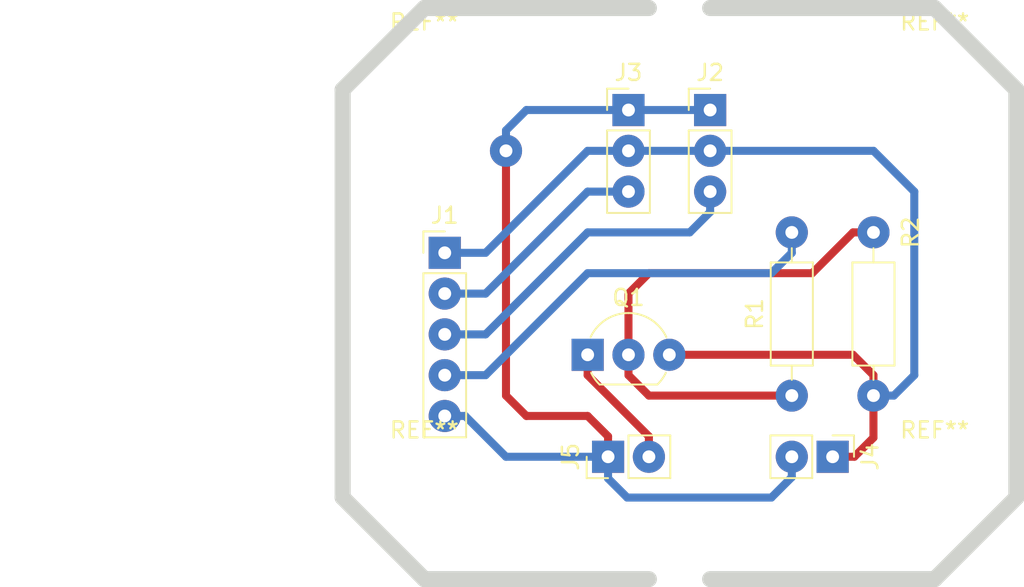
<source format=kicad_pcb>
(kicad_pcb (version 4) (host pcbnew 4.0.7)

  (general
    (links 15)
    (no_connects 0)
    (area -9.857143 5.075 62.730001 47.490001)
    (thickness 1.6)
    (drawings 20)
    (tracks 64)
    (zones 0)
    (modules 12)
    (nets 8)
  )

  (page A4)
  (layers
    (0 F.Cu signal)
    (31 B.Cu signal)
    (32 B.Adhes user hide)
    (33 F.Adhes user hide)
    (34 B.Paste user hide)
    (35 F.Paste user hide)
    (36 B.SilkS user hide)
    (37 F.SilkS user hide)
    (38 B.Mask user hide)
    (39 F.Mask user hide)
    (40 Dwgs.User user)
    (41 Cmts.User user hide)
    (42 Eco1.User user hide)
    (43 Eco2.User user hide)
    (44 Edge.Cuts user)
    (45 Margin user hide)
    (46 B.CrtYd user hide)
    (47 F.CrtYd user hide)
    (48 B.Fab user hide)
    (49 F.Fab user hide)
  )

  (setup
    (last_trace_width 0.25)
    (trace_clearance 0.2)
    (zone_clearance 0.508)
    (zone_45_only no)
    (trace_min 0.2)
    (segment_width 0.01)
    (edge_width 1)
    (via_size 0.6)
    (via_drill 0.4)
    (via_min_size 0.4)
    (via_min_drill 0.3)
    (uvia_size 0.3)
    (uvia_drill 0.1)
    (uvias_allowed no)
    (uvia_min_size 0.2)
    (uvia_min_drill 0.1)
    (pcb_text_width 0.3)
    (pcb_text_size 1.5 1.5)
    (mod_edge_width 0.15)
    (mod_text_size 1 1)
    (mod_text_width 0.15)
    (pad_size 3.2 3.2)
    (pad_drill 3.2)
    (pad_to_mask_clearance 0.2)
    (aux_axis_origin 115.57 111.76)
    (visible_elements FFFFFF7F)
    (pcbplotparams
      (layerselection 0x00000_80000001)
      (usegerberextensions false)
      (excludeedgelayer true)
      (linewidth 0.100000)
      (plotframeref false)
      (viasonmask false)
      (mode 1)
      (useauxorigin false)
      (hpglpennumber 1)
      (hpglpenspeed 20)
      (hpglpendiameter 15)
      (hpglpenoverlay 2)
      (psnegative false)
      (psa4output false)
      (plotreference true)
      (plotvalue true)
      (plotinvisibletext false)
      (padsonsilk false)
      (subtractmaskfromsilk false)
      (outputformat 1)
      (mirror false)
      (drillshape 0)
      (scaleselection 1)
      (outputdirectory gerber/))
  )

  (net 0 "")
  (net 1 GND)
  (net 2 "Net-(J1-Pad2)")
  (net 3 "Net-(J1-Pad3)")
  (net 4 "Net-(J1-Pad4)")
  (net 5 VDD)
  (net 6 "Net-(J5-Pad2)")
  (net 7 "Net-(Q1-Pad2)")

  (net_class Default "This is the default net class."
    (clearance 0.2)
    (trace_width 0.25)
    (via_dia 0.6)
    (via_drill 0.4)
    (uvia_dia 0.3)
    (uvia_drill 0.1)
  )

  (net_class milled ""
    (clearance 0.5)
    (trace_width 0.5)
    (via_dia 0.6)
    (via_drill 0.4)
    (uvia_dia 0.3)
    (uvia_drill 0.1)
    (add_net GND)
    (add_net "Net-(J1-Pad2)")
    (add_net "Net-(J1-Pad3)")
    (add_net "Net-(J1-Pad4)")
    (add_net "Net-(J5-Pad2)")
    (add_net "Net-(Q1-Pad2)")
    (add_net VDD)
  )

  (module Mounting_Holes:MountingHole_3.2mm_M3 (layer F.Cu) (tedit 5B0D7B88) (tstamp 5B06A56A)
    (at 57.15 16.51)
    (descr "Mounting Hole 3.2mm, no annular, M3")
    (tags "mounting hole 3.2mm no annular m3")
    (attr virtual)
    (fp_text reference REF** (at 0 -4.2) (layer F.SilkS)
      (effects (font (size 1 1) (thickness 0.15)))
    )
    (fp_text value MountingHole_3.2mm_M3 (at -57.15 -10.16) (layer F.Fab)
      (effects (font (size 1 1) (thickness 0.15)))
    )
    (fp_text user %R (at -55.88 5.08) (layer F.Fab)
      (effects (font (size 1 1) (thickness 0.15)))
    )
    (fp_circle (center 0 0) (end 3.2 0) (layer Cmts.User) (width 0.15))
    (fp_circle (center 0 0) (end 3.45 0) (layer F.CrtYd) (width 0.05))
    (pad "" np_thru_hole circle (at 0 0) (size 3.2 3.2) (drill 3.2) (layers *.Cu *.Mask))
  )

  (module Resistors_THT:R_Axial_DIN0207_L6.3mm_D2.5mm_P10.16mm_Horizontal (layer F.Cu) (tedit 5B06A5FE) (tstamp 5AFD4431)
    (at 53.34 25.4 270)
    (descr "Resistor, Axial_DIN0207 series, Axial, Horizontal, pin pitch=10.16mm, 0.25W = 1/4W, length*diameter=6.3*2.5mm^2, http://cdn-reichelt.de/documents/datenblatt/B400/1_4W%23YAG.pdf")
    (tags "Resistor Axial_DIN0207 series Axial Horizontal pin pitch 10.16mm 0.25W = 1/4W length 6.3mm diameter 2.5mm")
    (path /5AFC3C4C)
    (fp_text reference R2 (at 0 -2.31 270) (layer F.SilkS)
      (effects (font (size 1 1) (thickness 0.15)))
    )
    (fp_text value 1k (at 5.08 0 270) (layer Dwgs.User)
      (effects (font (size 2 2) (thickness 0.5)))
    )
    (fp_line (start 1.93 -1.25) (end 1.93 1.25) (layer F.Fab) (width 0.1))
    (fp_line (start 1.93 1.25) (end 8.23 1.25) (layer F.Fab) (width 0.1))
    (fp_line (start 8.23 1.25) (end 8.23 -1.25) (layer F.Fab) (width 0.1))
    (fp_line (start 8.23 -1.25) (end 1.93 -1.25) (layer F.Fab) (width 0.1))
    (fp_line (start 0 0) (end 1.93 0) (layer F.Fab) (width 0.1))
    (fp_line (start 10.16 0) (end 8.23 0) (layer F.Fab) (width 0.1))
    (fp_line (start 1.87 -1.31) (end 1.87 1.31) (layer F.SilkS) (width 0.12))
    (fp_line (start 1.87 1.31) (end 8.29 1.31) (layer F.SilkS) (width 0.12))
    (fp_line (start 8.29 1.31) (end 8.29 -1.31) (layer F.SilkS) (width 0.12))
    (fp_line (start 8.29 -1.31) (end 1.87 -1.31) (layer F.SilkS) (width 0.12))
    (fp_line (start 0.98 0) (end 1.87 0) (layer F.SilkS) (width 0.12))
    (fp_line (start 9.18 0) (end 8.29 0) (layer F.SilkS) (width 0.12))
    (fp_line (start -1.05 -1.6) (end -1.05 1.6) (layer F.CrtYd) (width 0.05))
    (fp_line (start -1.05 1.6) (end 11.25 1.6) (layer F.CrtYd) (width 0.05))
    (fp_line (start 11.25 1.6) (end 11.25 -1.6) (layer F.CrtYd) (width 0.05))
    (fp_line (start 11.25 -1.6) (end -1.05 -1.6) (layer F.CrtYd) (width 0.05))
    (pad 1 thru_hole circle (at 0 0 270) (size 2 2) (drill 0.8) (layers *.Cu *.Mask)
      (net 7 "Net-(Q1-Pad2)"))
    (pad 2 thru_hole oval (at 10.16 0 270) (size 2 2) (drill 0.8) (layers *.Cu *.Mask)
      (net 1 GND))
    (model ${KISYS3DMOD}/Resistors_THT.3dshapes/R_Axial_DIN0207_L6.3mm_D2.5mm_P10.16mm_Horizontal.wrl
      (at (xyz 0 0 0))
      (scale (xyz 0.393701 0.393701 0.393701))
      (rotate (xyz 0 0 0))
    )
  )

  (module Resistors_THT:R_Axial_DIN0207_L6.3mm_D2.5mm_P10.16mm_Horizontal (layer F.Cu) (tedit 5B06A61B) (tstamp 5AFD442B)
    (at 48.26 35.56 90)
    (descr "Resistor, Axial_DIN0207 series, Axial, Horizontal, pin pitch=10.16mm, 0.25W = 1/4W, length*diameter=6.3*2.5mm^2, http://cdn-reichelt.de/documents/datenblatt/B400/1_4W%23YAG.pdf")
    (tags "Resistor Axial_DIN0207 series Axial Horizontal pin pitch 10.16mm 0.25W = 1/4W length 6.3mm diameter 2.5mm")
    (path /5AFC3B99)
    (fp_text reference R1 (at 5.08 -2.31 90) (layer F.SilkS)
      (effects (font (size 1 1) (thickness 0.15)))
    )
    (fp_text value 470 (at 5.08 0 90) (layer Dwgs.User)
      (effects (font (size 1.5 1.5) (thickness 0.375)))
    )
    (fp_line (start 1.93 -1.25) (end 1.93 1.25) (layer F.Fab) (width 0.1))
    (fp_line (start 1.93 1.25) (end 8.23 1.25) (layer F.Fab) (width 0.1))
    (fp_line (start 8.23 1.25) (end 8.23 -1.25) (layer F.Fab) (width 0.1))
    (fp_line (start 8.23 -1.25) (end 1.93 -1.25) (layer F.Fab) (width 0.1))
    (fp_line (start 0 0) (end 1.93 0) (layer F.Fab) (width 0.1))
    (fp_line (start 10.16 0) (end 8.23 0) (layer F.Fab) (width 0.1))
    (fp_line (start 1.87 -1.31) (end 1.87 1.31) (layer F.SilkS) (width 0.12))
    (fp_line (start 1.87 1.31) (end 8.29 1.31) (layer F.SilkS) (width 0.12))
    (fp_line (start 8.29 1.31) (end 8.29 -1.31) (layer F.SilkS) (width 0.12))
    (fp_line (start 8.29 -1.31) (end 1.87 -1.31) (layer F.SilkS) (width 0.12))
    (fp_line (start 0.98 0) (end 1.87 0) (layer F.SilkS) (width 0.12))
    (fp_line (start 9.18 0) (end 8.29 0) (layer F.SilkS) (width 0.12))
    (fp_line (start -1.05 -1.6) (end -1.05 1.6) (layer F.CrtYd) (width 0.05))
    (fp_line (start -1.05 1.6) (end 11.25 1.6) (layer F.CrtYd) (width 0.05))
    (fp_line (start 11.25 1.6) (end 11.25 -1.6) (layer F.CrtYd) (width 0.05))
    (fp_line (start 11.25 -1.6) (end -1.05 -1.6) (layer F.CrtYd) (width 0.05))
    (pad 1 thru_hole circle (at 0 0 90) (size 2 2) (drill 0.8) (layers *.Cu *.Mask)
      (net 7 "Net-(Q1-Pad2)"))
    (pad 2 thru_hole oval (at 10.16 0 90) (size 2 2) (drill 0.8) (layers *.Cu *.Mask)
      (net 4 "Net-(J1-Pad4)"))
    (model ${KISYS3DMOD}/Resistors_THT.3dshapes/R_Axial_DIN0207_L6.3mm_D2.5mm_P10.16mm_Horizontal.wrl
      (at (xyz 0 0 0))
      (scale (xyz 0.393701 0.393701 0.393701))
      (rotate (xyz 0 0 0))
    )
  )

  (module Pin_Headers:Pin_Header_Straight_1x05_Pitch2.54mm (layer F.Cu) (tedit 5B0524A6) (tstamp 5AFD4404)
    (at 26.67 26.67)
    (descr "Through hole straight pin header, 1x05, 2.54mm pitch, single row")
    (tags "Through hole pin header THT 1x05 2.54mm single row")
    (path /5AFD4829)
    (fp_text reference J1 (at 0 -2.33) (layer F.SilkS)
      (effects (font (size 1 1) (thickness 0.15)))
    )
    (fp_text value arduino (at -2.54 3.81 90) (layer F.Fab)
      (effects (font (size 1 1) (thickness 0.15)))
    )
    (fp_line (start -0.635 -1.27) (end 1.27 -1.27) (layer F.Fab) (width 0.1))
    (fp_line (start 1.27 -1.27) (end 1.27 11.43) (layer F.Fab) (width 0.1))
    (fp_line (start 1.27 11.43) (end -1.27 11.43) (layer F.Fab) (width 0.1))
    (fp_line (start -1.27 11.43) (end -1.27 -0.635) (layer F.Fab) (width 0.1))
    (fp_line (start -1.27 -0.635) (end -0.635 -1.27) (layer F.Fab) (width 0.1))
    (fp_line (start -1.33 11.49) (end 1.33 11.49) (layer F.SilkS) (width 0.12))
    (fp_line (start -1.33 1.27) (end -1.33 11.49) (layer F.SilkS) (width 0.12))
    (fp_line (start 1.33 1.27) (end 1.33 11.49) (layer F.SilkS) (width 0.12))
    (fp_line (start -1.33 1.27) (end 1.33 1.27) (layer F.SilkS) (width 0.12))
    (fp_line (start -1.33 0) (end -1.33 -1.33) (layer F.SilkS) (width 0.12))
    (fp_line (start -1.33 -1.33) (end 0 -1.33) (layer F.SilkS) (width 0.12))
    (fp_line (start -1.8 -1.8) (end -1.8 11.95) (layer F.CrtYd) (width 0.05))
    (fp_line (start -1.8 11.95) (end 1.8 11.95) (layer F.CrtYd) (width 0.05))
    (fp_line (start 1.8 11.95) (end 1.8 -1.8) (layer F.CrtYd) (width 0.05))
    (fp_line (start 1.8 -1.8) (end -1.8 -1.8) (layer F.CrtYd) (width 0.05))
    (fp_text user %R (at 0 5.08 90) (layer F.Fab)
      (effects (font (size 1 1) (thickness 0.15)))
    )
    (pad 1 thru_hole rect (at 0 0) (size 2 2) (drill 0.8) (layers *.Cu *.Mask)
      (net 1 GND))
    (pad 2 thru_hole oval (at 0 2.54) (size 2 2) (drill 0.8) (layers *.Cu *.Mask)
      (net 2 "Net-(J1-Pad2)"))
    (pad 3 thru_hole oval (at 0 5.08) (size 2 2) (drill 0.8) (layers *.Cu *.Mask)
      (net 3 "Net-(J1-Pad3)"))
    (pad 4 thru_hole oval (at 0 7.62) (size 2 2) (drill 0.8) (layers *.Cu *.Mask)
      (net 4 "Net-(J1-Pad4)"))
    (pad 5 thru_hole oval (at 0 10.16) (size 2 2) (drill 0.8) (layers *.Cu *.Mask)
      (net 5 VDD))
    (model ${KISYS3DMOD}/Pin_Headers.3dshapes/Pin_Header_Straight_1x05_Pitch2.54mm.wrl
      (at (xyz 0 0 0))
      (scale (xyz 1 1 1))
      (rotate (xyz 0 0 0))
    )
  )

  (module Pin_Headers:Pin_Header_Straight_1x03_Pitch2.54mm (layer F.Cu) (tedit 59650532) (tstamp 5AFD440B)
    (at 43.18 17.78)
    (descr "Through hole straight pin header, 1x03, 2.54mm pitch, single row")
    (tags "Through hole pin header THT 1x03 2.54mm single row")
    (path /5AFD46DD)
    (fp_text reference J2 (at 0 -2.33) (layer F.SilkS)
      (effects (font (size 1 1) (thickness 0.15)))
    )
    (fp_text value opt2 (at 0 7.41) (layer F.Fab)
      (effects (font (size 1 1) (thickness 0.15)))
    )
    (fp_line (start -0.635 -1.27) (end 1.27 -1.27) (layer F.Fab) (width 0.1))
    (fp_line (start 1.27 -1.27) (end 1.27 6.35) (layer F.Fab) (width 0.1))
    (fp_line (start 1.27 6.35) (end -1.27 6.35) (layer F.Fab) (width 0.1))
    (fp_line (start -1.27 6.35) (end -1.27 -0.635) (layer F.Fab) (width 0.1))
    (fp_line (start -1.27 -0.635) (end -0.635 -1.27) (layer F.Fab) (width 0.1))
    (fp_line (start -1.33 6.41) (end 1.33 6.41) (layer F.SilkS) (width 0.12))
    (fp_line (start -1.33 1.27) (end -1.33 6.41) (layer F.SilkS) (width 0.12))
    (fp_line (start 1.33 1.27) (end 1.33 6.41) (layer F.SilkS) (width 0.12))
    (fp_line (start -1.33 1.27) (end 1.33 1.27) (layer F.SilkS) (width 0.12))
    (fp_line (start -1.33 0) (end -1.33 -1.33) (layer F.SilkS) (width 0.12))
    (fp_line (start -1.33 -1.33) (end 0 -1.33) (layer F.SilkS) (width 0.12))
    (fp_line (start -1.8 -1.8) (end -1.8 6.85) (layer F.CrtYd) (width 0.05))
    (fp_line (start -1.8 6.85) (end 1.8 6.85) (layer F.CrtYd) (width 0.05))
    (fp_line (start 1.8 6.85) (end 1.8 -1.8) (layer F.CrtYd) (width 0.05))
    (fp_line (start 1.8 -1.8) (end -1.8 -1.8) (layer F.CrtYd) (width 0.05))
    (fp_text user %R (at 0 2.54 90) (layer F.Fab)
      (effects (font (size 1 1) (thickness 0.15)))
    )
    (pad 1 thru_hole rect (at 0 0) (size 2 2) (drill 0.8) (layers *.Cu *.Mask)
      (net 5 VDD))
    (pad 2 thru_hole oval (at 0 2.54) (size 2 2) (drill 0.8) (layers *.Cu *.Mask)
      (net 1 GND))
    (pad 3 thru_hole oval (at 0 5.08) (size 2 2) (drill 0.8) (layers *.Cu *.Mask)
      (net 3 "Net-(J1-Pad3)"))
    (model ${KISYS3DMOD}/Pin_Headers.3dshapes/Pin_Header_Straight_1x03_Pitch2.54mm.wrl
      (at (xyz 0 0 0))
      (scale (xyz 1 1 1))
      (rotate (xyz 0 0 0))
    )
  )

  (module Pin_Headers:Pin_Header_Straight_1x03_Pitch2.54mm (layer F.Cu) (tedit 59650532) (tstamp 5AFD4412)
    (at 38.1 17.78)
    (descr "Through hole straight pin header, 1x03, 2.54mm pitch, single row")
    (tags "Through hole pin header THT 1x03 2.54mm single row")
    (path /5AFD45B6)
    (fp_text reference J3 (at 0 -2.33) (layer F.SilkS)
      (effects (font (size 1 1) (thickness 0.15)))
    )
    (fp_text value opt1 (at 0 7.41) (layer F.Fab)
      (effects (font (size 1 1) (thickness 0.15)))
    )
    (fp_line (start -0.635 -1.27) (end 1.27 -1.27) (layer F.Fab) (width 0.1))
    (fp_line (start 1.27 -1.27) (end 1.27 6.35) (layer F.Fab) (width 0.1))
    (fp_line (start 1.27 6.35) (end -1.27 6.35) (layer F.Fab) (width 0.1))
    (fp_line (start -1.27 6.35) (end -1.27 -0.635) (layer F.Fab) (width 0.1))
    (fp_line (start -1.27 -0.635) (end -0.635 -1.27) (layer F.Fab) (width 0.1))
    (fp_line (start -1.33 6.41) (end 1.33 6.41) (layer F.SilkS) (width 0.12))
    (fp_line (start -1.33 1.27) (end -1.33 6.41) (layer F.SilkS) (width 0.12))
    (fp_line (start 1.33 1.27) (end 1.33 6.41) (layer F.SilkS) (width 0.12))
    (fp_line (start -1.33 1.27) (end 1.33 1.27) (layer F.SilkS) (width 0.12))
    (fp_line (start -1.33 0) (end -1.33 -1.33) (layer F.SilkS) (width 0.12))
    (fp_line (start -1.33 -1.33) (end 0 -1.33) (layer F.SilkS) (width 0.12))
    (fp_line (start -1.8 -1.8) (end -1.8 6.85) (layer F.CrtYd) (width 0.05))
    (fp_line (start -1.8 6.85) (end 1.8 6.85) (layer F.CrtYd) (width 0.05))
    (fp_line (start 1.8 6.85) (end 1.8 -1.8) (layer F.CrtYd) (width 0.05))
    (fp_line (start 1.8 -1.8) (end -1.8 -1.8) (layer F.CrtYd) (width 0.05))
    (fp_text user %R (at 0 2.54 90) (layer F.Fab)
      (effects (font (size 1 1) (thickness 0.15)))
    )
    (pad 1 thru_hole rect (at 0 0) (size 2 2) (drill 0.8) (layers *.Cu *.Mask)
      (net 5 VDD))
    (pad 2 thru_hole oval (at 0 2.54) (size 2 2) (drill 0.8) (layers *.Cu *.Mask)
      (net 1 GND))
    (pad 3 thru_hole oval (at 0 5.08) (size 2 2) (drill 0.8) (layers *.Cu *.Mask)
      (net 2 "Net-(J1-Pad2)"))
    (model ${KISYS3DMOD}/Pin_Headers.3dshapes/Pin_Header_Straight_1x03_Pitch2.54mm.wrl
      (at (xyz 0 0 0))
      (scale (xyz 1 1 1))
      (rotate (xyz 0 0 0))
    )
  )

  (module Pin_Headers:Pin_Header_Straight_1x02_Pitch2.54mm (layer F.Cu) (tedit 5B06A5DC) (tstamp 5AFD4418)
    (at 50.8 39.37 270)
    (descr "Through hole straight pin header, 1x02, 2.54mm pitch, single row")
    (tags "Through hole pin header THT 1x02 2.54mm single row")
    (path /5AFC41A6)
    (fp_text reference J4 (at 0 -2.33 270) (layer F.SilkS)
      (effects (font (size 1 1) (thickness 0.15)))
    )
    (fp_text value Bat (at 0 6.35 360) (layer Dwgs.User)
      (effects (font (size 2 2) (thickness 0.5)))
    )
    (fp_line (start -0.635 -1.27) (end 1.27 -1.27) (layer F.Fab) (width 0.1))
    (fp_line (start 1.27 -1.27) (end 1.27 3.81) (layer F.Fab) (width 0.1))
    (fp_line (start 1.27 3.81) (end -1.27 3.81) (layer F.Fab) (width 0.1))
    (fp_line (start -1.27 3.81) (end -1.27 -0.635) (layer F.Fab) (width 0.1))
    (fp_line (start -1.27 -0.635) (end -0.635 -1.27) (layer F.Fab) (width 0.1))
    (fp_line (start -1.33 3.87) (end 1.33 3.87) (layer F.SilkS) (width 0.12))
    (fp_line (start -1.33 1.27) (end -1.33 3.87) (layer F.SilkS) (width 0.12))
    (fp_line (start 1.33 1.27) (end 1.33 3.87) (layer F.SilkS) (width 0.12))
    (fp_line (start -1.33 1.27) (end 1.33 1.27) (layer F.SilkS) (width 0.12))
    (fp_line (start -1.33 0) (end -1.33 -1.33) (layer F.SilkS) (width 0.12))
    (fp_line (start -1.33 -1.33) (end 0 -1.33) (layer F.SilkS) (width 0.12))
    (fp_line (start -1.8 -1.8) (end -1.8 4.35) (layer F.CrtYd) (width 0.05))
    (fp_line (start -1.8 4.35) (end 1.8 4.35) (layer F.CrtYd) (width 0.05))
    (fp_line (start 1.8 4.35) (end 1.8 -1.8) (layer F.CrtYd) (width 0.05))
    (fp_line (start 1.8 -1.8) (end -1.8 -1.8) (layer F.CrtYd) (width 0.05))
    (fp_text user %R (at 0 1.27 360) (layer F.Fab)
      (effects (font (size 1 1) (thickness 0.15)))
    )
    (pad 1 thru_hole rect (at 0 0 270) (size 2 2) (drill 0.8) (layers *.Cu *.Mask)
      (net 1 GND))
    (pad 2 thru_hole oval (at 0 2.54 270) (size 2 2) (drill 0.8) (layers *.Cu *.Mask)
      (net 5 VDD))
    (model ${KISYS3DMOD}/Pin_Headers.3dshapes/Pin_Header_Straight_1x02_Pitch2.54mm.wrl
      (at (xyz 0 0 0))
      (scale (xyz 1 1 1))
      (rotate (xyz 0 0 0))
    )
  )

  (module Pin_Headers:Pin_Header_Straight_1x02_Pitch2.54mm (layer F.Cu) (tedit 5B06A5CF) (tstamp 5AFD441E)
    (at 36.83 39.37 90)
    (descr "Through hole straight pin header, 1x02, 2.54mm pitch, single row")
    (tags "Through hole pin header THT 1x02 2.54mm single row")
    (path /5AFC4041)
    (fp_text reference J5 (at 0 -2.33 90) (layer F.SilkS)
      (effects (font (size 1 1) (thickness 0.15)))
    )
    (fp_text value Led (at 0 -3.81 180) (layer Dwgs.User)
      (effects (font (size 2 2) (thickness 0.5)))
    )
    (fp_line (start -0.635 -1.27) (end 1.27 -1.27) (layer F.Fab) (width 0.1))
    (fp_line (start 1.27 -1.27) (end 1.27 3.81) (layer F.Fab) (width 0.1))
    (fp_line (start 1.27 3.81) (end -1.27 3.81) (layer F.Fab) (width 0.1))
    (fp_line (start -1.27 3.81) (end -1.27 -0.635) (layer F.Fab) (width 0.1))
    (fp_line (start -1.27 -0.635) (end -0.635 -1.27) (layer F.Fab) (width 0.1))
    (fp_line (start -1.33 3.87) (end 1.33 3.87) (layer F.SilkS) (width 0.12))
    (fp_line (start -1.33 1.27) (end -1.33 3.87) (layer F.SilkS) (width 0.12))
    (fp_line (start 1.33 1.27) (end 1.33 3.87) (layer F.SilkS) (width 0.12))
    (fp_line (start -1.33 1.27) (end 1.33 1.27) (layer F.SilkS) (width 0.12))
    (fp_line (start -1.33 0) (end -1.33 -1.33) (layer F.SilkS) (width 0.12))
    (fp_line (start -1.33 -1.33) (end 0 -1.33) (layer F.SilkS) (width 0.12))
    (fp_line (start -1.8 -1.8) (end -1.8 4.35) (layer F.CrtYd) (width 0.05))
    (fp_line (start -1.8 4.35) (end 1.8 4.35) (layer F.CrtYd) (width 0.05))
    (fp_line (start 1.8 4.35) (end 1.8 -1.8) (layer F.CrtYd) (width 0.05))
    (fp_line (start 1.8 -1.8) (end -1.8 -1.8) (layer F.CrtYd) (width 0.05))
    (fp_text user %R (at 0 1.27 180) (layer F.Fab)
      (effects (font (size 1 1) (thickness 0.15)))
    )
    (pad 1 thru_hole rect (at 0 0 90) (size 2 2) (drill 0.8) (layers *.Cu *.Mask)
      (net 5 VDD))
    (pad 2 thru_hole oval (at 0 2.54 90) (size 2 2) (drill 0.8) (layers *.Cu *.Mask)
      (net 6 "Net-(J5-Pad2)"))
    (model ${KISYS3DMOD}/Pin_Headers.3dshapes/Pin_Header_Straight_1x02_Pitch2.54mm.wrl
      (at (xyz 0 0 0))
      (scale (xyz 1 1 1))
      (rotate (xyz 0 0 0))
    )
  )

  (module TO_SOT_Packages_THT:TO-92_Inline_Wide (layer F.Cu) (tedit 5B06A4C4) (tstamp 5AFD4425)
    (at 35.56 33.02)
    (descr "TO-92 leads in-line, wide, drill 0.8mm (see NXP sot054_po.pdf)")
    (tags "to-92 sc-43 sc-43a sot54 PA33 transistor")
    (path /5AFC3CE9)
    (fp_text reference Q1 (at 2.54 -3.56 180) (layer F.SilkS)
      (effects (font (size 1 1) (thickness 0.15)))
    )
    (fp_text value BC337 (at 2.54 2.79) (layer F.Fab)
      (effects (font (size 1 1) (thickness 0.15)))
    )
    (fp_text user %R (at 2.54 -3.56 180) (layer F.Fab)
      (effects (font (size 1 1) (thickness 0.15)))
    )
    (fp_line (start 0.74 1.85) (end 4.34 1.85) (layer F.SilkS) (width 0.12))
    (fp_line (start 0.8 1.75) (end 4.3 1.75) (layer F.Fab) (width 0.1))
    (fp_line (start -1.01 -2.73) (end 6.09 -2.73) (layer F.CrtYd) (width 0.05))
    (fp_line (start -1.01 -2.73) (end -1.01 2.01) (layer F.CrtYd) (width 0.05))
    (fp_line (start 6.09 2.01) (end 6.09 -2.73) (layer F.CrtYd) (width 0.05))
    (fp_line (start 6.09 2.01) (end -1.01 2.01) (layer F.CrtYd) (width 0.05))
    (fp_arc (start 2.54 0) (end 0.74 1.85) (angle 20) (layer F.SilkS) (width 0.12))
    (fp_arc (start 2.54 0) (end 2.54 -2.6) (angle -65) (layer F.SilkS) (width 0.12))
    (fp_arc (start 2.54 0) (end 2.54 -2.6) (angle 65) (layer F.SilkS) (width 0.12))
    (fp_arc (start 2.54 0) (end 2.54 -2.48) (angle 135) (layer F.Fab) (width 0.1))
    (fp_arc (start 2.54 0) (end 2.54 -2.48) (angle -135) (layer F.Fab) (width 0.1))
    (fp_arc (start 2.54 0) (end 4.34 1.85) (angle -20) (layer F.SilkS) (width 0.12))
    (pad 2 thru_hole circle (at 2.54 0 90) (size 2 2) (drill 0.8) (layers *.Cu *.Mask)
      (net 7 "Net-(Q1-Pad2)"))
    (pad 3 thru_hole circle (at 5.08 0 90) (size 2 2) (drill 0.8) (layers *.Cu *.Mask)
      (net 1 GND))
    (pad 1 thru_hole rect (at 0 0 90) (size 2 2) (drill 0.8) (layers *.Cu *.Mask)
      (net 6 "Net-(J5-Pad2)"))
    (model ${KISYS3DMOD}/TO_SOT_Packages_THT.3dshapes/TO-92_Inline_Wide.wrl
      (at (xyz 0.1 0 0))
      (scale (xyz 1 1 1))
      (rotate (xyz 0 0 -90))
    )
  )

  (module Mounting_Holes:MountingHole_3.2mm_M3 (layer F.Cu) (tedit 5B0D7B8D) (tstamp 5B06A581)
    (at 57.15 41.91)
    (descr "Mounting Hole 3.2mm, no annular, M3")
    (tags "mounting hole 3.2mm no annular m3")
    (attr virtual)
    (fp_text reference REF** (at 0 -4.2) (layer F.SilkS)
      (effects (font (size 1 1) (thickness 0.15)))
    )
    (fp_text value MountingHole_3.2mm_M3 (at -57.15 -33.02) (layer F.Fab)
      (effects (font (size 1 1) (thickness 0.15)))
    )
    (fp_text user %R (at -55.88 -17.78) (layer F.Fab)
      (effects (font (size 1 1) (thickness 0.15)))
    )
    (fp_circle (center 0 0) (end 3.2 0) (layer Cmts.User) (width 0.15))
    (fp_circle (center 0 0) (end 3.45 0) (layer F.CrtYd) (width 0.05))
    (pad "" np_thru_hole circle (at 0 0) (size 3.2 3.2) (drill 3.2) (layers *.Cu *.Mask))
  )

  (module Mounting_Holes:MountingHole_3.2mm_M3 (layer F.Cu) (tedit 5B0D7B94) (tstamp 5B06A582)
    (at 25.4 41.91)
    (descr "Mounting Hole 3.2mm, no annular, M3")
    (tags "mounting hole 3.2mm no annular m3")
    (attr virtual)
    (fp_text reference REF** (at 0 -4.2) (layer F.SilkS)
      (effects (font (size 1 1) (thickness 0.15)))
    )
    (fp_text value MountingHole_3.2mm_M3 (at -25.4 -30.48) (layer F.Fab)
      (effects (font (size 1 1) (thickness 0.15)))
    )
    (fp_text user %R (at -24.13 -22.86) (layer F.Fab)
      (effects (font (size 1 1) (thickness 0.15)))
    )
    (fp_circle (center 0 0) (end 3.2 0) (layer Cmts.User) (width 0.15))
    (fp_circle (center 0 0) (end 3.45 0) (layer F.CrtYd) (width 0.05))
    (pad "" np_thru_hole circle (at 0 0) (size 3.2 3.2) (drill 3.2) (layers *.Cu *.Mask))
  )

  (module Mounting_Holes:MountingHole_3.2mm_M3 (layer F.Cu) (tedit 5B0D7B65) (tstamp 5B06A583)
    (at 25.4 16.51)
    (descr "Mounting Hole 3.2mm, no annular, M3")
    (tags "mounting hole 3.2mm no annular m3")
    (attr virtual)
    (fp_text reference REF** (at 0 -4.2) (layer F.SilkS)
      (effects (font (size 1 1) (thickness 0.15)))
    )
    (fp_text value MountingHole_3.2mm_M3 (at -25.4 -2.54) (layer F.Fab)
      (effects (font (size 1 1) (thickness 0.15)))
    )
    (fp_text user %R (at -24.13 0) (layer F.Fab)
      (effects (font (size 1 1) (thickness 0.15)))
    )
    (fp_circle (center 0 0) (end 3.2 0) (layer Cmts.User) (width 0.15))
    (fp_circle (center 0 0) (end 3.45 0) (layer F.CrtYd) (width 0.05))
    (pad "" np_thru_hole circle (at 0 0) (size 3.2 3.2) (drill 3.2) (layers *.Cu *.Mask))
  )

  (gr_line (start 39.37 11.43) (end 25.4 11.43) (layer Edge.Cuts) (width 1))
  (gr_line (start 57.15 11.43) (end 43.18 11.43) (layer Edge.Cuts) (width 1))
  (gr_line (start 57.15 46.99) (end 43.18 46.99) (layer Edge.Cuts) (width 1))
  (gr_line (start 25.4 46.99) (end 39.37 46.99) (layer Edge.Cuts) (width 1))
  (gr_line (start 20.32 41.91) (end 25.4 46.99) (layer Edge.Cuts) (width 1))
  (gr_line (start 20.32 16.51) (end 20.32 41.91) (layer Edge.Cuts) (width 1))
  (gr_line (start 25.4 11.43) (end 20.32 16.51) (layer Edge.Cuts) (width 1))
  (gr_line (start 62.23 16.51) (end 57.15 11.43) (layer Edge.Cuts) (width 1))
  (gr_line (start 62.23 41.91) (end 62.23 16.51) (layer Edge.Cuts) (width 1))
  (gr_line (start 57.15 46.99) (end 62.23 41.91) (layer Edge.Cuts) (width 1))
  (gr_text opt (at 49.53 22.86) (layer Dwgs.User) (tstamp 5AFD8FB2)
    (effects (font (size 2 2) (thickness 0.5)))
  )
  (gr_text - (at 39.37 41.91) (layer Dwgs.User) (tstamp 5B013F0C)
    (effects (font (size 2 2) (thickness 0.5)))
  )
  (gr_text + (at 36.83 41.91) (layer Dwgs.User) (tstamp 5B013F03)
    (effects (font (size 2 2) (thickness 0.5)))
  )
  (gr_text - (at 48.26 20.32) (layer Dwgs.User) (tstamp 5AFD8F95)
    (effects (font (size 2 2) (thickness 0.5)))
  )
  (gr_text + (at 48.26 17.78) (layer Dwgs.User) (tstamp 5AFD8F84)
    (effects (font (size 2 2) (thickness 0.5)))
  )
  (gr_text BC337 (at 33.02 30.48 90) (layer Dwgs.User)
    (effects (font (size 2 2) (thickness 0.5)))
  )
  (gr_text - (at 50.8 41.91) (layer Dwgs.User) (tstamp 5AFD4D02)
    (effects (font (size 2 2) (thickness 0.5)))
  )
  (gr_text + (at 48.26 41.91) (layer Dwgs.User) (tstamp 5AFD4CF3)
    (effects (font (size 2 2) (thickness 0.5)))
  )
  (gr_text + (at 24.13 36.83) (layer Dwgs.User)
    (effects (font (size 2 2) (thickness 0.5)))
  )
  (gr_text - (at 24.13 26.67) (layer Dwgs.User)
    (effects (font (size 2 2) (thickness 0.5)))
  )

  (segment (start 54.61 35.56) (end 53.34 35.56) (width 0.5) (layer B.Cu) (net 1))
  (segment (start 55.88 34.29) (end 54.61 35.56) (width 0.5) (layer B.Cu) (net 1))
  (segment (start 43.18 20.32) (end 53.34 20.32) (width 0.5) (layer B.Cu) (net 1))
  (segment (start 53.34 20.32) (end 55.88 22.86) (width 0.5) (layer B.Cu) (net 1))
  (segment (start 55.88 22.86) (end 55.88 34.29) (width 0.5) (layer B.Cu) (net 1))
  (segment (start 53.34 35.56) (end 53.34 38.18) (width 0.5) (layer F.Cu) (net 1))
  (segment (start 53.34 38.18) (end 52.15 39.37) (width 0.5) (layer F.Cu) (net 1))
  (segment (start 52.15 39.37) (end 50.8 39.37) (width 0.5) (layer F.Cu) (net 1))
  (segment (start 53.34 34.29) (end 52.07 33.02) (width 0.5) (layer F.Cu) (net 1))
  (segment (start 52.07 33.02) (end 40.64 33.02) (width 0.5) (layer F.Cu) (net 1))
  (segment (start 53.34 35.56) (end 53.34 34.29) (width 0.5) (layer F.Cu) (net 1))
  (segment (start 38.1 20.32) (end 35.56 20.32) (width 0.5) (layer B.Cu) (net 1))
  (segment (start 35.56 20.32) (end 29.21 26.67) (width 0.5) (layer B.Cu) (net 1))
  (segment (start 29.21 26.67) (end 26.67 26.67) (width 0.5) (layer B.Cu) (net 1))
  (segment (start 26.67 26.67) (end 26.67 26.67) (width 0.5) (layer B.Cu) (net 1) (tstamp 5B042D53) (status 30))
  (segment (start 43.18 20.32) (end 38.1 20.32) (width 0.5) (layer B.Cu) (net 1) (status 20))
  (segment (start 29.21 29.21) (end 26.67 29.21) (width 0.5) (layer B.Cu) (net 2))
  (segment (start 38.1 22.86) (end 35.56 22.86) (width 0.5) (layer B.Cu) (net 2))
  (segment (start 35.56 22.86) (end 29.21 29.21) (width 0.5) (layer B.Cu) (net 2))
  (segment (start 27.94 31.75) (end 29.21 31.75) (width 0.5) (layer B.Cu) (net 3))
  (segment (start 29.21 31.75) (end 35.56 25.4) (width 0.5) (layer B.Cu) (net 3) (tstamp 5B04304F))
  (segment (start 41.91 25.4) (end 35.56 25.4) (width 0.5) (layer B.Cu) (net 3))
  (segment (start 43.18 24.13) (end 41.91 25.4) (width 0.5) (layer B.Cu) (net 3))
  (segment (start 43.18 22.86) (end 43.18 24.13) (width 0.5) (layer B.Cu) (net 3))
  (segment (start 26.67 31.75) (end 27.94 31.75) (width 0.5) (layer B.Cu) (net 3) (status 10))
  (segment (start 26.67 31.75) (end 26.67 31.75) (width 0.5) (layer B.Cu) (net 3) (status 30))
  (segment (start 46.99 27.94) (end 35.56 27.94) (width 0.5) (layer B.Cu) (net 4))
  (segment (start 26.67 34.29) (end 29.21 34.29) (width 0.5) (layer B.Cu) (net 4) (status 10))
  (segment (start 29.21 34.29) (end 35.56 27.94) (width 0.5) (layer B.Cu) (net 4))
  (segment (start 48.26 26.67) (end 48.26 25.4) (width 0.5) (layer B.Cu) (net 4))
  (segment (start 46.99 27.94) (end 48.26 26.67) (width 0.5) (layer B.Cu) (net 4))
  (segment (start 26.67 34.29) (end 26.67 34.29) (width 0.5) (layer B.Cu) (net 4) (status 30))
  (segment (start 30.48 20.32) (end 30.48 35.56) (width 0.5) (layer F.Cu) (net 5))
  (segment (start 30.48 19.05) (end 30.48 20.32) (width 0.5) (layer B.Cu) (net 5))
  (via (at 30.48 20.32) (size 2) (drill 0.8) (layers F.Cu B.Cu) (net 5))
  (segment (start 31.75 17.78) (end 30.48 19.05) (width 0.5) (layer B.Cu) (net 5))
  (segment (start 38.1 17.78) (end 31.75 17.78) (width 0.5) (layer B.Cu) (net 5))
  (segment (start 31.75 36.83) (end 35.56 36.83) (width 0.5) (layer F.Cu) (net 5))
  (segment (start 30.48 35.56) (end 31.75 36.83) (width 0.5) (layer F.Cu) (net 5))
  (segment (start 36.83 38.1) (end 36.83 39.37) (width 0.5) (layer F.Cu) (net 5))
  (segment (start 35.56 36.83) (end 36.83 38.1) (width 0.5) (layer F.Cu) (net 5))
  (segment (start 30.48 39.37) (end 27.94 36.83) (width 0.5) (layer B.Cu) (net 5))
  (segment (start 36.83 39.37) (end 30.48 39.37) (width 0.5) (layer B.Cu) (net 5))
  (segment (start 36.83 39.37) (end 36.83 40.72) (width 0.5) (layer B.Cu) (net 5))
  (segment (start 36.83 40.72) (end 38.02 41.91) (width 0.5) (layer B.Cu) (net 5))
  (segment (start 38.02 41.91) (end 46.99 41.91) (width 0.5) (layer B.Cu) (net 5))
  (segment (start 46.99 41.91) (end 48.26 40.64) (width 0.5) (layer B.Cu) (net 5))
  (segment (start 48.26 40.64) (end 48.26 39.37) (width 0.5) (layer B.Cu) (net 5))
  (segment (start 27.94 36.83) (end 26.67 36.83) (width 0.5) (layer B.Cu) (net 5))
  (segment (start 26.67 36.83) (end 26.67 36.83) (width 0.5) (layer B.Cu) (net 5) (status 20))
  (segment (start 36.83 39.514226) (end 36.757887 39.442113) (width 0.5) (layer B.Cu) (net 5) (status 30))
  (segment (start 36.83 39.29) (end 36.83 39.37) (width 0.5) (layer F.Cu) (net 5) (status 30))
  (segment (start 43.18 17.78) (end 38.1 17.78) (width 0.5) (layer B.Cu) (net 5) (status 20))
  (segment (start 39.37 38.1) (end 39.37 39.37) (width 0.5) (layer F.Cu) (net 6))
  (segment (start 35.56 34.29) (end 39.37 38.1) (width 0.5) (layer F.Cu) (net 6))
  (segment (start 35.56 33.02) (end 35.56 34.29) (width 0.5) (layer F.Cu) (net 6))
  (segment (start 38.1 29.21) (end 38.1 33.02) (width 0.5) (layer F.Cu) (net 7))
  (segment (start 39.37 27.94) (end 38.1 29.21) (width 0.5) (layer F.Cu) (net 7))
  (segment (start 49.53 27.94) (end 39.37 27.94) (width 0.5) (layer F.Cu) (net 7))
  (segment (start 52.07 25.4) (end 49.53 27.94) (width 0.5) (layer F.Cu) (net 7))
  (segment (start 53.34 25.4) (end 52.07 25.4) (width 0.5) (layer F.Cu) (net 7))
  (segment (start 38.1 34.29) (end 39.37 35.56) (width 0.5) (layer F.Cu) (net 7))
  (segment (start 39.37 35.56) (end 48.26 35.56) (width 0.5) (layer F.Cu) (net 7))
  (segment (start 38.1 33.02) (end 38.1 34.29) (width 0.5) (layer F.Cu) (net 7))

)

</source>
